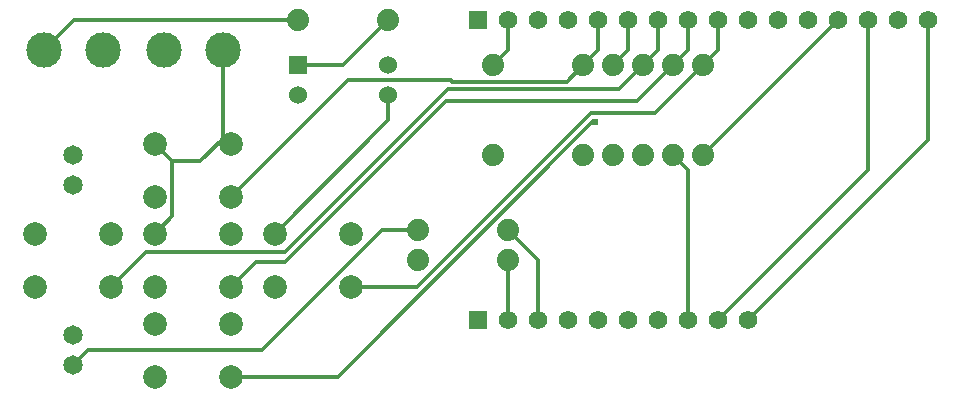
<source format=gbl>
G04 Layer: BottomLayer*
G04 EasyEDA v6.2.41, 2019-09-03T13:48:55+02:00*
G04 4dfbed0a4eda46c7a6514823fcc72b66,879760294d1340eaa32df08d3cb52a74,10*
G04 Gerber Generator version 0.2*
G04 Scale: 100 percent, Rotated: No, Reflected: No *
G04 Dimensions in inches *
G04 leading zeros omitted , absolute positions ,2 integer and 4 decimal *
%FSLAX24Y24*%
%MOIN*%
G90*
G70D02*

%ADD11C,0.012000*%
%ADD12C,0.024000*%
%ADD13R,0.060000X0.060000*%
%ADD14C,0.060000*%
%ADD15C,0.074000*%
%ADD16C,0.118110*%
%ADD17C,0.078740*%
%ADD18C,0.065000*%
%ADD19R,0.062000X0.062000*%
%ADD20C,0.062000*%

%LPD*%
G54D11*
G01X19397Y9198D02*
G01X19302Y9198D01*
G01X10818Y713D01*
G01X7280Y713D01*
G01X20500Y12600D02*
G01X20500Y11600D01*
G01X20000Y11100D01*
G01X12500Y12600D02*
G01X11000Y11100D01*
G01X9500Y11100D01*
G01X8721Y5486D02*
G01X12500Y9265D01*
G01X12500Y10100D01*
G01X5310Y7896D02*
G01X4721Y8486D01*
G01X4721Y5486D02*
G01X5310Y6075D01*
G01X5310Y7896D01*
G01X5310Y7896D02*
G01X6247Y7896D01*
G01X6984Y8632D01*
G01X6984Y8632D02*
G01X7131Y8632D01*
G01X7280Y8486D01*
G01X6984Y11600D02*
G01X6984Y8632D01*
G01X23500Y2600D02*
G01X28500Y7600D01*
G01X28500Y12600D01*
G01X16500Y12600D02*
G01X16500Y11600D01*
G01X16000Y11100D01*
G01X19000Y11100D02*
G01X18448Y10548D01*
G01X14642Y10548D01*
G01X14581Y10609D01*
G01X11175Y10609D01*
G01X7280Y6713D01*
G01X19500Y12600D02*
G01X19500Y11600D01*
G01X19000Y11100D01*
G01X21000Y11100D02*
G01X20207Y10307D01*
G01X14501Y10307D01*
G01X9052Y4859D01*
G01X4423Y4859D01*
G01X3280Y3713D01*
G01X21500Y12600D02*
G01X21500Y11600D01*
G01X21000Y11100D01*
G01X22000Y11100D02*
G01X20789Y9890D01*
G01X14423Y9890D01*
G01X9067Y4532D01*
G01X8097Y4532D01*
G01X7280Y3713D01*
G01X22500Y12600D02*
G01X22500Y11600D01*
G01X22000Y11100D01*
G01X11280Y3713D02*
G01X13476Y3713D01*
G01X19261Y9498D01*
G01X21400Y9498D01*
G01X23000Y11100D01*
G01X23500Y12600D02*
G01X23500Y11600D01*
G01X23000Y11100D01*
G01X16500Y2600D02*
G01X16500Y4600D01*
G01X17500Y2600D02*
G01X17500Y4600D01*
G01X16500Y5600D01*
G01X2000Y1100D02*
G01X2500Y1600D01*
G01X8302Y1600D01*
G01X12302Y5600D01*
G01X13500Y5600D01*
G01X24500Y2600D02*
G01X30500Y8600D01*
G01X30500Y12600D01*
G01X1015Y11600D02*
G01X2015Y12600D01*
G01X9500Y12600D01*
G01X27500Y12600D02*
G01X23000Y8100D01*
G01X22500Y2600D02*
G01X22500Y7600D01*
G01X22000Y8100D01*
G54D13*
G01X9500Y11100D03*
G54D14*
G01X9500Y10100D03*
G01X12500Y10100D03*
G01X12500Y11100D03*
G54D15*
G01X9500Y12600D03*
G01X12500Y12600D03*
G54D16*
G01X2984Y11600D03*
G01X1015Y11600D03*
G54D15*
G01X16000Y11100D03*
G01X16000Y8100D03*
G54D17*
G01X4720Y6714D03*
G01X7279Y6714D03*
G01X7279Y8485D03*
G01X4720Y8485D03*
G01X4720Y714D03*
G01X7279Y714D03*
G01X7279Y2485D03*
G01X4720Y2485D03*
G01X720Y3714D03*
G01X3279Y3714D03*
G01X3279Y5485D03*
G01X720Y5485D03*
G01X4720Y3714D03*
G01X7279Y3714D03*
G01X7279Y5485D03*
G01X4720Y5485D03*
G01X8720Y3714D03*
G01X11279Y3714D03*
G01X11279Y5485D03*
G01X8720Y5485D03*
G54D15*
G01X19000Y11100D03*
G01X19000Y8100D03*
G01X20000Y11100D03*
G01X20000Y8100D03*
G01X21000Y11100D03*
G01X21000Y8100D03*
G01X22000Y11100D03*
G01X22000Y8100D03*
G01X23000Y11100D03*
G01X23000Y8100D03*
G01X13500Y4600D03*
G01X16500Y4600D03*
G01X13500Y5600D03*
G01X16500Y5600D03*
G54D18*
G01X2000Y7100D03*
G01X2000Y8100D03*
G01X2000Y1100D03*
G01X2000Y2100D03*
G54D16*
G01X6984Y11600D03*
G01X5015Y11600D03*
G54D19*
G01X15500Y12600D03*
G54D20*
G01X16500Y12600D03*
G01X17500Y12600D03*
G01X18500Y12600D03*
G01X19500Y12600D03*
G01X20500Y12600D03*
G01X21500Y12600D03*
G01X22500Y12600D03*
G01X23500Y12600D03*
G01X24500Y12600D03*
G01X25500Y12600D03*
G01X26500Y12600D03*
G01X27500Y12600D03*
G01X28500Y12600D03*
G01X29500Y12600D03*
G01X30500Y12600D03*
G01X24500Y2600D03*
G01X23500Y2600D03*
G01X22500Y2600D03*
G01X21500Y2600D03*
G01X20500Y2600D03*
G01X19500Y2600D03*
G01X18500Y2600D03*
G01X17500Y2600D03*
G01X16500Y2600D03*
G54D19*
G01X15500Y2600D03*
G54D12*
G01X19397Y9198D03*
M00*
M02*

</source>
